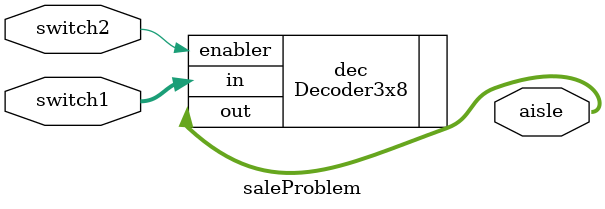
<source format=v>
`timescale 1ns / 1ps

module saleProblem(switch1, switch2, aisle
    );
    input wire [2:0] switch1;
    input wire switch2;
    output wire [7:0] aisle;
    
    Decoder3x8 dec( .in(switch1), .enabler(switch2), .out(aisle) );
    
endmodule

</source>
